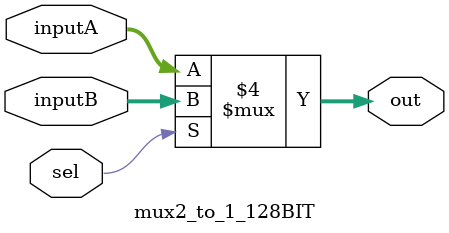
<source format=sv>


module mux2_to_1_128BIT(out,inputA,inputB,sel); // signal multiplexing between 2 128-Bit words.

output logic [127:0] out;
input [127:0] inputA;
input [127:0] inputB;
input sel;

always @(inputA or inputB or sel) begin
  
  if (sel == 0) begin
	out <= inputA;
  end
  else begin
	out <= inputB; 
  end
end
endmodule
</source>
